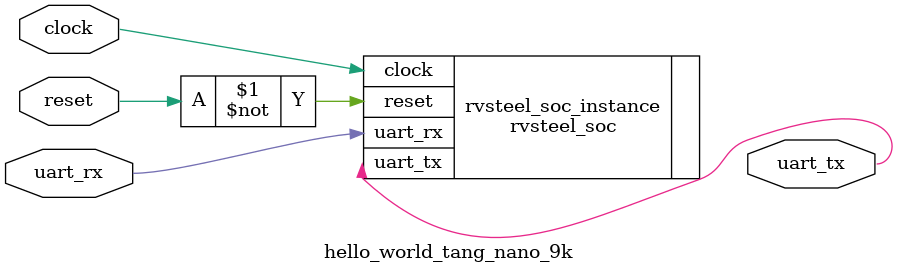
<source format=v>
/**************************************************************************************************

MIT License

Copyright (c) 2020-present Rafael Calcada

Permission is hereby granted, free of charge, to any person obtaining a copy
of this software and associated documentation files (the "Software"), to deal
in the Software without restriction, including without limitation the rights
to use, copy, modify, merge, publish, distribute, sublicense, and/or sell
copies of the Software, and to permit persons to whom the Software is
furnished to do so, subject to the following conditions:

The above copyright notice and this permission notice shall be included in all
copies or substantial portions of the Software.

THE SOFTWARE IS PROVIDED "AS IS", WITHOUT WARRANTY OF ANY KIND, EXPRESS OR
IMPLIED, INCLUDING BUT NOT LIMITED TO THE WARRANTIES OF MERCHANTABILITY,
FITNESS FOR A PARTICULAR PURPOSE AND NONINFRINGEMENT. IN NO EVENT SHALL THE
AUTHORS OR COPYRIGHT HOLDERS BE LIABLE FOR ANY CLAIM, DAMAGES OR OTHER
LIABILITY, WHETHER IN AN ACTION OF CONTRACT, TORT OR OTHERWISE, ARISING FROM,
OUT OF OR IN CONNECTION WITH THE SOFTWARE OR THE USE OR OTHER DEALINGS IN THE
SOFTWARE.

**************************************************************************************************/

/**************************************************************************************************

Project Name:  RISC-V Steel System-on-Chip - Hello World demo for Tang Nano 9K FPGA dev boards
Project Repo:  github.com/riscv-steel/riscv-steel
Author:        github.com/JN513

Top Module:    hello_world_tang_nano_9k
 
**************************************************************************************************/

module hello_world_tang_nano_9k (

  input   wire clock,
  input   wire reset,
  input   wire uart_rx,
  output  wire uart_tx

  );

  rvsteel_soc #(

    .CLOCK_FREQUENCY          (27000000           ),
    .UART_BAUD_RATE           (9600               ),
    .MEMORY_SIZE              (4096               ),
    .MEMORY_INIT_FILE         ("hello-world.hex"  ),
    .BOOT_ADDRESS             (32'h00000000       )

  ) rvsteel_soc_instance (
    
    .clock                    (clock              ),
    .reset                    (~reset              ),
    .uart_rx                  (uart_rx            ),
    .uart_tx                  (uart_tx            )

  );

endmodule

</source>
